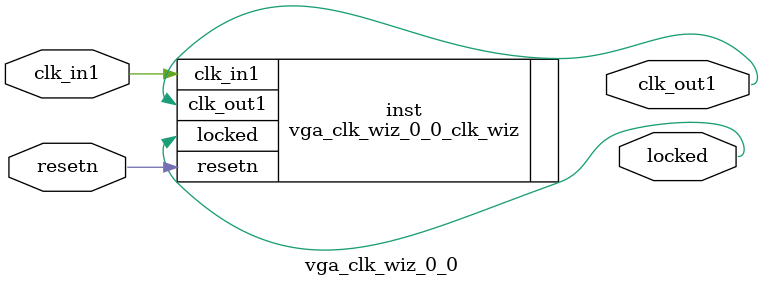
<source format=v>


`timescale 1ps/1ps

(* CORE_GENERATION_INFO = "vga_clk_wiz_0_0,clk_wiz_v6_0_11_0_0,{component_name=vga_clk_wiz_0_0,use_phase_alignment=true,use_min_o_jitter=false,use_max_i_jitter=false,use_dyn_phase_shift=false,use_inclk_switchover=false,use_dyn_reconfig=false,enable_axi=0,feedback_source=FDBK_AUTO,PRIMITIVE=MMCM,num_out_clk=1,clkin1_period=10.000,clkin2_period=10.000,use_power_down=false,use_reset=true,use_locked=true,use_inclk_stopped=false,feedback_type=SINGLE,CLOCK_MGR_TYPE=NA,manual_override=false}" *)

module vga_clk_wiz_0_0 
 (
  // Clock out ports
  output        clk_out1,
  // Status and control signals
  input         resetn,
  output        locked,
 // Clock in ports
  input         clk_in1
 );

  vga_clk_wiz_0_0_clk_wiz inst
  (
  // Clock out ports  
  .clk_out1(clk_out1),
  // Status and control signals               
  .resetn(resetn), 
  .locked(locked),
 // Clock in ports
  .clk_in1(clk_in1)
  );

endmodule

</source>
